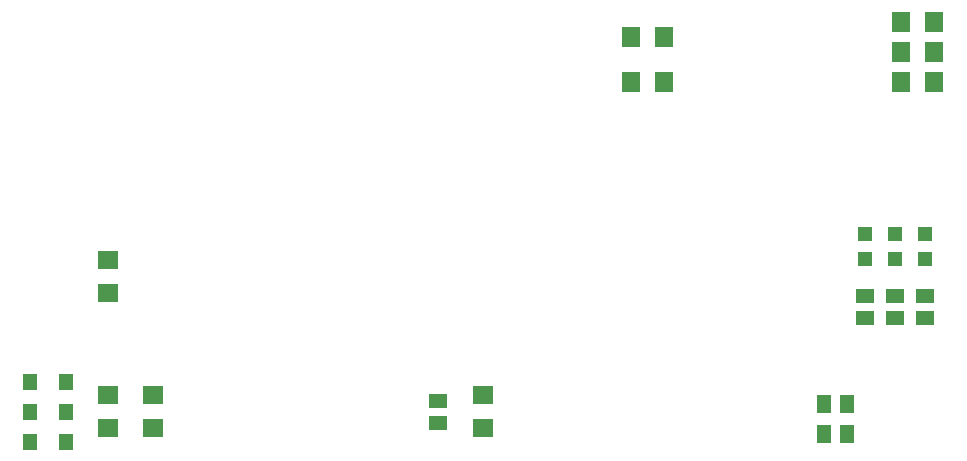
<source format=gbp>
G75*
%MOIN*%
%OFA0B0*%
%FSLAX24Y24*%
%IPPOS*%
%LPD*%
%AMOC8*
5,1,8,0,0,1.08239X$1,22.5*
%
%ADD10R,0.0709X0.0630*%
%ADD11R,0.0472X0.0551*%
%ADD12R,0.0630X0.0512*%
%ADD13R,0.0512X0.0591*%
%ADD14R,0.0472X0.0472*%
%ADD15R,0.0591X0.0512*%
%ADD16R,0.0630X0.0709*%
D10*
X009600Y001649D03*
X009600Y002751D03*
X011100Y002751D03*
X011100Y001649D03*
X009600Y006149D03*
X009600Y007251D03*
X022100Y002751D03*
X022100Y001649D03*
D11*
X007009Y001200D03*
X008191Y001200D03*
X008191Y002200D03*
X007009Y002200D03*
X007009Y003200D03*
X008191Y003200D03*
D12*
X020600Y002574D03*
X020600Y001826D03*
D13*
X033476Y001450D03*
X034224Y001450D03*
X034224Y002450D03*
X033476Y002450D03*
D14*
X034850Y007287D03*
X035850Y007287D03*
X036850Y007287D03*
X036850Y008113D03*
X035850Y008113D03*
X034850Y008113D03*
D15*
X034850Y006074D03*
X034850Y005326D03*
X035850Y005326D03*
X035850Y006074D03*
X036850Y006074D03*
X036850Y005326D03*
D16*
X037151Y013200D03*
X037151Y014200D03*
X037151Y015200D03*
X036049Y015200D03*
X036049Y014200D03*
X036049Y013200D03*
X028151Y013200D03*
X027049Y013200D03*
X027049Y014700D03*
X028151Y014700D03*
M02*

</source>
